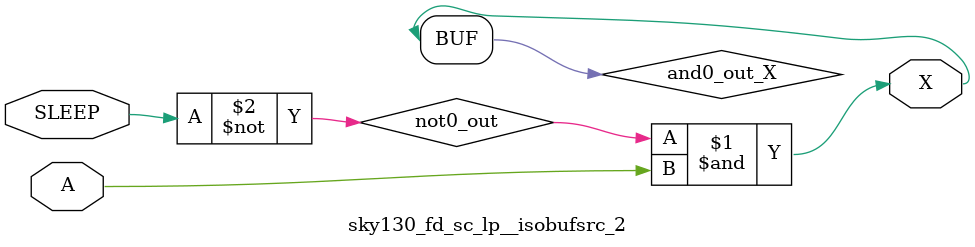
<source format=v>
/*
 * Copyright 2020 The SkyWater PDK Authors
 *
 * Licensed under the Apache License, Version 2.0 (the "License");
 * you may not use this file except in compliance with the License.
 * You may obtain a copy of the License at
 *
 *     https://www.apache.org/licenses/LICENSE-2.0
 *
 * Unless required by applicable law or agreed to in writing, software
 * distributed under the License is distributed on an "AS IS" BASIS,
 * WITHOUT WARRANTIES OR CONDITIONS OF ANY KIND, either express or implied.
 * See the License for the specific language governing permissions and
 * limitations under the License.
 *
 * SPDX-License-Identifier: Apache-2.0
*/


`ifndef SKY130_FD_SC_LP__ISOBUFSRC_2_FUNCTIONAL_V
`define SKY130_FD_SC_LP__ISOBUFSRC_2_FUNCTIONAL_V

/**
 * isobufsrc: Input isolation, noninverted sleep.
 *
 *            X = (!A | SLEEP)
 *
 * Verilog simulation functional model.
 */

`timescale 1ns / 1ps
`default_nettype none

`celldefine
module sky130_fd_sc_lp__isobufsrc_2 (
    X    ,
    SLEEP,
    A
);

    // Module ports
    output X    ;
    input  SLEEP;
    input  A    ;

    // Local signals
    wire not0_out  ;
    wire and0_out_X;

    //  Name  Output      Other arguments
    not not0 (not0_out  , SLEEP          );
    and and0 (and0_out_X, not0_out, A    );
    buf buf0 (X         , and0_out_X     );

endmodule
`endcelldefine

`default_nettype wire
`endif  // SKY130_FD_SC_LP__ISOBUFSRC_2_FUNCTIONAL_V

</source>
